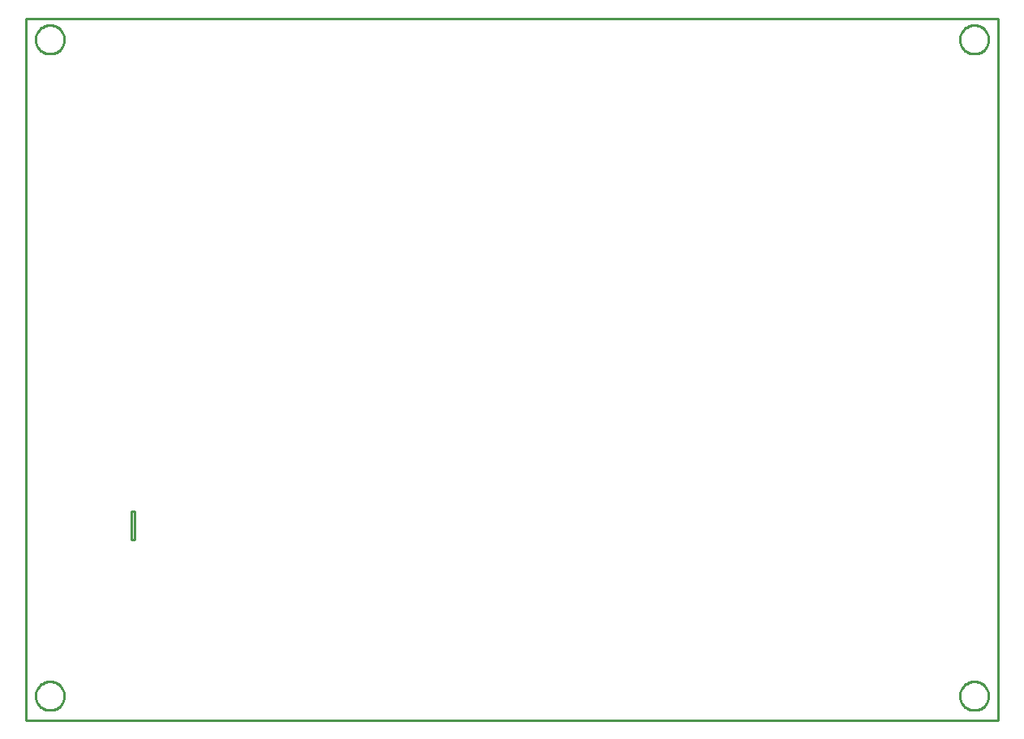
<source format=gbr>
G04 EAGLE Gerber RS-274X export*
G75*
%MOMM*%
%FSLAX34Y34*%
%LPD*%
%IN*%
%IPPOS*%
%AMOC8*
5,1,8,0,0,1.08239X$1,22.5*%
G01*
%ADD10C,0.254000*%


D10*
X0Y0D02*
X1015800Y0D01*
X1015800Y733300D01*
X0Y733300D01*
X0Y0D01*
X110100Y188200D02*
X113700Y188200D01*
X113700Y218200D01*
X110100Y218200D01*
X110100Y188200D01*
X40400Y710664D02*
X40324Y709596D01*
X40171Y708535D01*
X39943Y707488D01*
X39641Y706460D01*
X39267Y705456D01*
X38822Y704481D01*
X38308Y703541D01*
X37729Y702640D01*
X37087Y701782D01*
X36385Y700972D01*
X35628Y700215D01*
X34818Y699513D01*
X33960Y698871D01*
X33059Y698292D01*
X32119Y697778D01*
X31144Y697333D01*
X30140Y696959D01*
X29112Y696657D01*
X28065Y696429D01*
X27004Y696276D01*
X25936Y696200D01*
X24864Y696200D01*
X23796Y696276D01*
X22735Y696429D01*
X21688Y696657D01*
X20660Y696959D01*
X19656Y697333D01*
X18681Y697778D01*
X17741Y698292D01*
X16840Y698871D01*
X15982Y699513D01*
X15172Y700215D01*
X14415Y700972D01*
X13713Y701782D01*
X13071Y702640D01*
X12492Y703541D01*
X11978Y704481D01*
X11533Y705456D01*
X11159Y706460D01*
X10857Y707488D01*
X10629Y708535D01*
X10476Y709596D01*
X10400Y710664D01*
X10400Y711736D01*
X10476Y712804D01*
X10629Y713865D01*
X10857Y714912D01*
X11159Y715940D01*
X11533Y716944D01*
X11978Y717919D01*
X12492Y718859D01*
X13071Y719760D01*
X13713Y720618D01*
X14415Y721428D01*
X15172Y722185D01*
X15982Y722887D01*
X16840Y723529D01*
X17741Y724108D01*
X18681Y724622D01*
X19656Y725067D01*
X20660Y725441D01*
X21688Y725743D01*
X22735Y725971D01*
X23796Y726124D01*
X24864Y726200D01*
X25936Y726200D01*
X27004Y726124D01*
X28065Y725971D01*
X29112Y725743D01*
X30140Y725441D01*
X31144Y725067D01*
X32119Y724622D01*
X33059Y724108D01*
X33960Y723529D01*
X34818Y722887D01*
X35628Y722185D01*
X36385Y721428D01*
X37087Y720618D01*
X37729Y719760D01*
X38308Y718859D01*
X38822Y717919D01*
X39267Y716944D01*
X39641Y715940D01*
X39943Y714912D01*
X40171Y713865D01*
X40324Y712804D01*
X40400Y711736D01*
X40400Y710664D01*
X1005600Y710664D02*
X1005524Y709596D01*
X1005371Y708535D01*
X1005143Y707488D01*
X1004841Y706460D01*
X1004467Y705456D01*
X1004022Y704481D01*
X1003508Y703541D01*
X1002929Y702640D01*
X1002287Y701782D01*
X1001585Y700972D01*
X1000828Y700215D01*
X1000018Y699513D01*
X999160Y698871D01*
X998259Y698292D01*
X997319Y697778D01*
X996344Y697333D01*
X995340Y696959D01*
X994312Y696657D01*
X993265Y696429D01*
X992204Y696276D01*
X991136Y696200D01*
X990064Y696200D01*
X988996Y696276D01*
X987935Y696429D01*
X986888Y696657D01*
X985860Y696959D01*
X984856Y697333D01*
X983881Y697778D01*
X982941Y698292D01*
X982040Y698871D01*
X981182Y699513D01*
X980372Y700215D01*
X979615Y700972D01*
X978913Y701782D01*
X978271Y702640D01*
X977692Y703541D01*
X977178Y704481D01*
X976733Y705456D01*
X976359Y706460D01*
X976057Y707488D01*
X975829Y708535D01*
X975676Y709596D01*
X975600Y710664D01*
X975600Y711736D01*
X975676Y712804D01*
X975829Y713865D01*
X976057Y714912D01*
X976359Y715940D01*
X976733Y716944D01*
X977178Y717919D01*
X977692Y718859D01*
X978271Y719760D01*
X978913Y720618D01*
X979615Y721428D01*
X980372Y722185D01*
X981182Y722887D01*
X982040Y723529D01*
X982941Y724108D01*
X983881Y724622D01*
X984856Y725067D01*
X985860Y725441D01*
X986888Y725743D01*
X987935Y725971D01*
X988996Y726124D01*
X990064Y726200D01*
X991136Y726200D01*
X992204Y726124D01*
X993265Y725971D01*
X994312Y725743D01*
X995340Y725441D01*
X996344Y725067D01*
X997319Y724622D01*
X998259Y724108D01*
X999160Y723529D01*
X1000018Y722887D01*
X1000828Y722185D01*
X1001585Y721428D01*
X1002287Y720618D01*
X1002929Y719760D01*
X1003508Y718859D01*
X1004022Y717919D01*
X1004467Y716944D01*
X1004841Y715940D01*
X1005143Y714912D01*
X1005371Y713865D01*
X1005524Y712804D01*
X1005600Y711736D01*
X1005600Y710664D01*
X1005600Y24864D02*
X1005524Y23796D01*
X1005371Y22735D01*
X1005143Y21688D01*
X1004841Y20660D01*
X1004467Y19656D01*
X1004022Y18681D01*
X1003508Y17741D01*
X1002929Y16840D01*
X1002287Y15982D01*
X1001585Y15172D01*
X1000828Y14415D01*
X1000018Y13713D01*
X999160Y13071D01*
X998259Y12492D01*
X997319Y11978D01*
X996344Y11533D01*
X995340Y11159D01*
X994312Y10857D01*
X993265Y10629D01*
X992204Y10476D01*
X991136Y10400D01*
X990064Y10400D01*
X988996Y10476D01*
X987935Y10629D01*
X986888Y10857D01*
X985860Y11159D01*
X984856Y11533D01*
X983881Y11978D01*
X982941Y12492D01*
X982040Y13071D01*
X981182Y13713D01*
X980372Y14415D01*
X979615Y15172D01*
X978913Y15982D01*
X978271Y16840D01*
X977692Y17741D01*
X977178Y18681D01*
X976733Y19656D01*
X976359Y20660D01*
X976057Y21688D01*
X975829Y22735D01*
X975676Y23796D01*
X975600Y24864D01*
X975600Y25936D01*
X975676Y27004D01*
X975829Y28065D01*
X976057Y29112D01*
X976359Y30140D01*
X976733Y31144D01*
X977178Y32119D01*
X977692Y33059D01*
X978271Y33960D01*
X978913Y34818D01*
X979615Y35628D01*
X980372Y36385D01*
X981182Y37087D01*
X982040Y37729D01*
X982941Y38308D01*
X983881Y38822D01*
X984856Y39267D01*
X985860Y39641D01*
X986888Y39943D01*
X987935Y40171D01*
X988996Y40324D01*
X990064Y40400D01*
X991136Y40400D01*
X992204Y40324D01*
X993265Y40171D01*
X994312Y39943D01*
X995340Y39641D01*
X996344Y39267D01*
X997319Y38822D01*
X998259Y38308D01*
X999160Y37729D01*
X1000018Y37087D01*
X1000828Y36385D01*
X1001585Y35628D01*
X1002287Y34818D01*
X1002929Y33960D01*
X1003508Y33059D01*
X1004022Y32119D01*
X1004467Y31144D01*
X1004841Y30140D01*
X1005143Y29112D01*
X1005371Y28065D01*
X1005524Y27004D01*
X1005600Y25936D01*
X1005600Y24864D01*
X40400Y24864D02*
X40324Y23796D01*
X40171Y22735D01*
X39943Y21688D01*
X39641Y20660D01*
X39267Y19656D01*
X38822Y18681D01*
X38308Y17741D01*
X37729Y16840D01*
X37087Y15982D01*
X36385Y15172D01*
X35628Y14415D01*
X34818Y13713D01*
X33960Y13071D01*
X33059Y12492D01*
X32119Y11978D01*
X31144Y11533D01*
X30140Y11159D01*
X29112Y10857D01*
X28065Y10629D01*
X27004Y10476D01*
X25936Y10400D01*
X24864Y10400D01*
X23796Y10476D01*
X22735Y10629D01*
X21688Y10857D01*
X20660Y11159D01*
X19656Y11533D01*
X18681Y11978D01*
X17741Y12492D01*
X16840Y13071D01*
X15982Y13713D01*
X15172Y14415D01*
X14415Y15172D01*
X13713Y15982D01*
X13071Y16840D01*
X12492Y17741D01*
X11978Y18681D01*
X11533Y19656D01*
X11159Y20660D01*
X10857Y21688D01*
X10629Y22735D01*
X10476Y23796D01*
X10400Y24864D01*
X10400Y25936D01*
X10476Y27004D01*
X10629Y28065D01*
X10857Y29112D01*
X11159Y30140D01*
X11533Y31144D01*
X11978Y32119D01*
X12492Y33059D01*
X13071Y33960D01*
X13713Y34818D01*
X14415Y35628D01*
X15172Y36385D01*
X15982Y37087D01*
X16840Y37729D01*
X17741Y38308D01*
X18681Y38822D01*
X19656Y39267D01*
X20660Y39641D01*
X21688Y39943D01*
X22735Y40171D01*
X23796Y40324D01*
X24864Y40400D01*
X25936Y40400D01*
X27004Y40324D01*
X28065Y40171D01*
X29112Y39943D01*
X30140Y39641D01*
X31144Y39267D01*
X32119Y38822D01*
X33059Y38308D01*
X33960Y37729D01*
X34818Y37087D01*
X35628Y36385D01*
X36385Y35628D01*
X37087Y34818D01*
X37729Y33960D01*
X38308Y33059D01*
X38822Y32119D01*
X39267Y31144D01*
X39641Y30140D01*
X39943Y29112D01*
X40171Y28065D01*
X40324Y27004D01*
X40400Y25936D01*
X40400Y24864D01*
M02*

</source>
